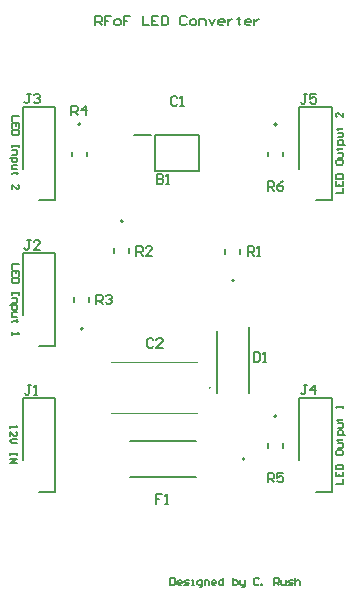
<source format=gto>
G04*
G04 #@! TF.GenerationSoftware,Altium Limited,Altium Designer,24.9.1 (31)*
G04*
G04 Layer_Color=65535*
%FSLAX44Y44*%
%MOMM*%
G71*
G04*
G04 #@! TF.SameCoordinates,E9E1D246-21B5-4CF0-A3F4-6B989E9CA9DD*
G04*
G04*
G04 #@! TF.FilePolarity,Positive*
G04*
G01*
G75*
%ADD10C,0.2000*%
%ADD11C,0.1000*%
%ADD12C,0.1800*%
D10*
X68000Y396000D02*
G03*
X70000Y396000I1000J0D01*
G01*
D02*
G03*
X68000Y396000I-1000J0D01*
G01*
X234000Y149000D02*
G03*
X236000Y149000I1000J0D01*
G01*
D02*
G03*
X234000Y149000I-1000J0D01*
G01*
X72000Y223000D02*
G03*
X70000Y223000I-1000J0D01*
G01*
D02*
G03*
X72000Y223000I1000J0D01*
G01*
X208000Y112000D02*
G03*
X208000Y114000I0J1000D01*
G01*
D02*
G03*
X208000Y112000I0J-1000D01*
G01*
X200000Y263750D02*
G03*
X198000Y263750I-1000J0D01*
G01*
D02*
G03*
X200000Y263750I1000J0D01*
G01*
X234000Y396000D02*
G03*
X236000Y396000I1000J0D01*
G01*
D02*
G03*
X234000Y396000I-1000J0D01*
G01*
X104000Y314000D02*
G03*
X106000Y314000I1000J0D01*
G01*
D02*
G03*
X104000Y314000I-1000J0D01*
G01*
X179700Y173000D02*
G03*
X179700Y173000I-500J0D01*
G01*
X255300Y358600D02*
Y410950D01*
X282700D01*
Y331650D02*
Y410950D01*
X269000Y331650D02*
X282700D01*
X255300Y112000D02*
Y164350D01*
X282700D01*
Y85050D02*
Y164350D01*
X269000Y85050D02*
X282700D01*
X21300Y358600D02*
Y410950D01*
X48700D01*
Y331650D02*
Y410950D01*
X35000Y331650D02*
X48700D01*
X21300Y235000D02*
Y287350D01*
X48700D01*
Y208050D02*
Y287350D01*
X35000Y208050D02*
X48700D01*
X21300Y112000D02*
Y164350D01*
X48700D01*
Y85050D02*
Y164350D01*
X35000Y85050D02*
X48700D01*
X75250Y369000D02*
Y373000D01*
X62750Y369000D02*
Y373000D01*
X241250Y122000D02*
Y126000D01*
X228750Y122000D02*
Y126000D01*
X64750Y246000D02*
Y250000D01*
X77250Y246000D02*
Y250000D01*
X112000Y97750D02*
X168000D01*
X112000Y128250D02*
X168000D01*
X185380Y169000D02*
Y221000D01*
X212620Y169000D02*
Y224250D01*
X115250Y387500D02*
X130000D01*
X133500Y357000D02*
Y387000D01*
Y357000D02*
X170500D01*
Y387000D01*
X133500D02*
X170500D01*
X192750Y286750D02*
Y290750D01*
X205250Y286750D02*
Y290750D01*
X241250Y369000D02*
Y373000D01*
X228750Y369000D02*
Y373000D01*
X111250Y287000D02*
Y291000D01*
X98750Y287000D02*
Y291000D01*
X17997Y402990D02*
X11999D01*
Y398991D01*
X17997Y392993D02*
Y396992D01*
X11999D01*
Y392993D01*
X14998Y396992D02*
Y394992D01*
X17997Y390994D02*
X11999D01*
Y387995D01*
X12999Y386995D01*
X16998D01*
X17997Y387995D01*
Y390994D01*
Y378998D02*
Y376998D01*
Y377998D01*
X11999D01*
Y378998D01*
Y376998D01*
Y373999D02*
X15998D01*
Y371000D01*
X14998Y370001D01*
X11999D01*
X10000Y368001D02*
X15998D01*
Y365002D01*
X14998Y364002D01*
X12999D01*
X11999Y365002D01*
Y368001D01*
X15998Y362003D02*
X12999D01*
X11999Y361003D01*
Y358004D01*
X15998D01*
X16998Y355005D02*
X15998D01*
Y356005D01*
Y354006D01*
Y355005D01*
X12999D01*
X11999Y354006D01*
Y341010D02*
Y345009D01*
X15998Y341010D01*
X16998D01*
X17997Y342010D01*
Y344009D01*
X16998Y345009D01*
X10000Y140995D02*
Y138995D01*
Y139995D01*
X15998D01*
X14998Y140995D01*
X10000Y131998D02*
Y135996D01*
X13999Y131998D01*
X14998D01*
X15998Y132997D01*
Y134997D01*
X14998Y135996D01*
X15998Y129998D02*
X11999D01*
X10000Y127999D01*
X11999Y126000D01*
X15998D01*
Y118002D02*
Y116003D01*
Y117003D01*
X10000D01*
Y118002D01*
Y116003D01*
Y113004D02*
X15998D01*
X10000Y109005D01*
X15998D01*
X17997Y277990D02*
X11999D01*
Y273992D01*
X17997Y267994D02*
Y271992D01*
X11999D01*
Y267994D01*
X14998Y271992D02*
Y269993D01*
X17997Y265994D02*
X11999D01*
Y262995D01*
X12999Y261996D01*
X16998D01*
X17997Y262995D01*
Y265994D01*
Y253998D02*
Y251999D01*
Y252998D01*
X11999D01*
Y253998D01*
Y251999D01*
Y249000D02*
X15998D01*
Y246001D01*
X14998Y245001D01*
X11999D01*
X10000Y243002D02*
X15998D01*
Y240003D01*
X14998Y239003D01*
X12999D01*
X11999Y240003D01*
Y243002D01*
X15998Y237004D02*
X12999D01*
X11999Y236004D01*
Y233005D01*
X15998D01*
X16998Y230006D02*
X15998D01*
Y231005D01*
Y229006D01*
Y230006D01*
X12999D01*
X11999Y229006D01*
Y220009D02*
Y218010D01*
Y219009D01*
X17997D01*
X16998Y220009D01*
X82689Y480000D02*
Y487997D01*
X86688D01*
X88021Y486665D01*
Y483999D01*
X86688Y482666D01*
X82689D01*
X85355D02*
X88021Y480000D01*
X96018Y487997D02*
X90687D01*
Y483999D01*
X93352D01*
X90687D01*
Y480000D01*
X100017D02*
X102683D01*
X104016Y481333D01*
Y483999D01*
X102683Y485332D01*
X100017D01*
X98684Y483999D01*
Y481333D01*
X100017Y480000D01*
X112013Y487997D02*
X106681D01*
Y483999D01*
X109347D01*
X106681D01*
Y480000D01*
X122676Y487997D02*
Y480000D01*
X128008D01*
X136005Y487997D02*
X130674D01*
Y480000D01*
X136005D01*
X130674Y483999D02*
X133339D01*
X138671Y487997D02*
Y480000D01*
X142670D01*
X144003Y481333D01*
Y486665D01*
X142670Y487997D01*
X138671D01*
X159997Y486665D02*
X158665Y487997D01*
X155999D01*
X154666Y486665D01*
Y481333D01*
X155999Y480000D01*
X158665D01*
X159997Y481333D01*
X163996Y480000D02*
X166662D01*
X167995Y481333D01*
Y483999D01*
X166662Y485332D01*
X163996D01*
X162663Y483999D01*
Y481333D01*
X163996Y480000D01*
X170661D02*
Y485332D01*
X174659D01*
X175992Y483999D01*
Y480000D01*
X178658Y485332D02*
X181324Y480000D01*
X183990Y485332D01*
X190654Y480000D02*
X187988D01*
X186656Y481333D01*
Y483999D01*
X187988Y485332D01*
X190654D01*
X191987Y483999D01*
Y482666D01*
X186656D01*
X194653Y485332D02*
Y480000D01*
Y482666D01*
X195986Y483999D01*
X197319Y485332D01*
X198652D01*
X203983Y486665D02*
Y485332D01*
X202650D01*
X205316D01*
X203983D01*
Y481333D01*
X205316Y480000D01*
X213314D02*
X210648D01*
X209315Y481333D01*
Y483999D01*
X210648Y485332D01*
X213314D01*
X214646Y483999D01*
Y482666D01*
X209315D01*
X217312Y485332D02*
Y480000D01*
Y482666D01*
X218645Y483999D01*
X219978Y485332D01*
X221311D01*
X146036Y11997D02*
Y5999D01*
X149035D01*
X150034Y6999D01*
Y10998D01*
X149035Y11997D01*
X146036D01*
X155033Y5999D02*
X153033D01*
X152034Y6999D01*
Y8998D01*
X153033Y9998D01*
X155033D01*
X156032Y8998D01*
Y7999D01*
X152034D01*
X158032Y5999D02*
X161031D01*
X162031Y6999D01*
X161031Y7999D01*
X159031D01*
X158032Y8998D01*
X159031Y9998D01*
X162031D01*
X164030Y5999D02*
X166029D01*
X165030D01*
Y9998D01*
X164030D01*
X171028Y4000D02*
X172027D01*
X173027Y5000D01*
Y9998D01*
X170028D01*
X169028Y8998D01*
Y6999D01*
X170028Y5999D01*
X173027D01*
X175026D02*
Y9998D01*
X178025D01*
X179025Y8998D01*
Y5999D01*
X184023D02*
X182024D01*
X181024Y6999D01*
Y8998D01*
X182024Y9998D01*
X184023D01*
X185023Y8998D01*
Y7999D01*
X181024D01*
X191021Y11997D02*
Y5999D01*
X188022D01*
X187022Y6999D01*
Y8998D01*
X188022Y9998D01*
X191021D01*
X199018Y11997D02*
Y5999D01*
X202017D01*
X203017Y6999D01*
Y7999D01*
Y8998D01*
X202017Y9998D01*
X199018D01*
X205016D02*
Y6999D01*
X206016Y5999D01*
X209015D01*
Y5000D01*
X208016Y4000D01*
X207016D01*
X209015Y5999D02*
Y9998D01*
X221011Y10998D02*
X220012Y11997D01*
X218012D01*
X217013Y10998D01*
Y6999D01*
X218012Y5999D01*
X220012D01*
X221011Y6999D01*
X223011Y5999D02*
Y6999D01*
X224010D01*
Y5999D01*
X223011D01*
X234007D02*
Y11997D01*
X237006D01*
X238006Y10998D01*
Y8998D01*
X237006Y7999D01*
X234007D01*
X236007D02*
X238006Y5999D01*
X240005Y9998D02*
Y6999D01*
X241005Y5999D01*
X244004D01*
Y9998D01*
X246003Y5999D02*
X249002D01*
X250002Y6999D01*
X249002Y7999D01*
X247003D01*
X246003Y8998D01*
X247003Y9998D01*
X250002D01*
X252001Y11997D02*
Y5999D01*
Y8998D01*
X253001Y9998D01*
X255000D01*
X256000Y8998D01*
Y5999D01*
X286003Y338011D02*
X292001D01*
Y342010D01*
X286003Y348008D02*
Y344009D01*
X292001D01*
Y348008D01*
X289002Y344009D02*
Y346008D01*
X286003Y350007D02*
X292001D01*
Y353006D01*
X291001Y354006D01*
X287002D01*
X286003Y353006D01*
Y350007D01*
Y365002D02*
Y363003D01*
X287002Y362003D01*
X291001D01*
X292001Y363003D01*
Y365002D01*
X291001Y366002D01*
X287002D01*
X286003Y365002D01*
X288002Y368001D02*
X291001D01*
X292001Y369001D01*
Y372000D01*
X288002D01*
X287002Y374999D02*
X288002D01*
Y373999D01*
Y375999D01*
Y374999D01*
X291001D01*
X292001Y375999D01*
X294000Y378998D02*
X288002D01*
Y381997D01*
X289002Y382996D01*
X291001D01*
X292001Y381997D01*
Y378998D01*
X288002Y384996D02*
X291001D01*
X292001Y385995D01*
Y388994D01*
X288002D01*
X287002Y391993D02*
X288002D01*
Y390994D01*
Y392993D01*
Y391993D01*
X291001D01*
X292001Y392993D01*
Y405989D02*
Y401990D01*
X288002Y405989D01*
X287002D01*
X286003Y404989D01*
Y402990D01*
X287002Y401990D01*
X286003Y92011D02*
X292001D01*
Y96010D01*
X286003Y102008D02*
Y98009D01*
X292001D01*
Y102008D01*
X289002Y98009D02*
Y100008D01*
X286003Y104007D02*
X292001D01*
Y107006D01*
X291001Y108006D01*
X287002D01*
X286003Y107006D01*
Y104007D01*
Y119002D02*
Y117003D01*
X287002Y116003D01*
X291001D01*
X292001Y117003D01*
Y119002D01*
X291001Y120002D01*
X287002D01*
X286003Y119002D01*
X288002Y122001D02*
X291001D01*
X292001Y123001D01*
Y126000D01*
X288002D01*
X287002Y128999D02*
X288002D01*
Y127999D01*
Y129999D01*
Y128999D01*
X291001D01*
X292001Y129999D01*
X294000Y132998D02*
X288002D01*
Y135997D01*
X289002Y136996D01*
X291001D01*
X292001Y135997D01*
Y132998D01*
X288002Y138996D02*
X291001D01*
X292001Y139995D01*
Y142994D01*
X288002D01*
X287002Y145993D02*
X288002D01*
Y144994D01*
Y146993D01*
Y145993D01*
X291001D01*
X292001Y146993D01*
Y155990D02*
Y157989D01*
Y156990D01*
X286003D01*
X287002Y155990D01*
D11*
X95500Y151500D02*
X168500D01*
X95500Y194500D02*
X168500D01*
D12*
X261667Y421599D02*
X259001D01*
X260334D01*
Y414934D01*
X259001Y413601D01*
X257668D01*
X256336Y414934D01*
X269664Y421599D02*
X264333D01*
Y417600D01*
X266999Y418933D01*
X268332D01*
X269664Y417600D01*
Y414934D01*
X268332Y413601D01*
X265666D01*
X264333Y414934D01*
X261667Y175399D02*
X259001D01*
X260334D01*
Y168734D01*
X259001Y167401D01*
X257668D01*
X256336Y168734D01*
X268332Y167401D02*
Y175399D01*
X264333Y171400D01*
X269664D01*
X27667Y421999D02*
X25001D01*
X26334D01*
Y415334D01*
X25001Y414001D01*
X23668D01*
X22336Y415334D01*
X30333Y420666D02*
X31666Y421999D01*
X34332D01*
X35665Y420666D01*
Y419333D01*
X34332Y418000D01*
X32999D01*
X34332D01*
X35665Y416667D01*
Y415334D01*
X34332Y414001D01*
X31666D01*
X30333Y415334D01*
X27667Y297999D02*
X25001D01*
X26334D01*
Y291334D01*
X25001Y290001D01*
X23668D01*
X22336Y291334D01*
X35665Y290001D02*
X30333D01*
X35665Y295333D01*
Y296666D01*
X34332Y297999D01*
X31666D01*
X30333Y296666D01*
X28000Y174999D02*
X25334D01*
X26667D01*
Y168334D01*
X25334Y167001D01*
X24001D01*
X22668Y168334D01*
X30666Y167001D02*
X33332D01*
X31999D01*
Y174999D01*
X30666Y173666D01*
X62336Y404001D02*
Y411999D01*
X66334D01*
X67667Y410666D01*
Y408000D01*
X66334Y406667D01*
X62336D01*
X65001D02*
X67667Y404001D01*
X74332D02*
Y411999D01*
X70333Y408000D01*
X75665D01*
X228335Y93001D02*
Y100999D01*
X232334D01*
X233667Y99666D01*
Y97000D01*
X232334Y95667D01*
X228335D01*
X231001D02*
X233667Y93001D01*
X241665Y100999D02*
X236333D01*
Y97000D01*
X238999Y98333D01*
X240332D01*
X241665Y97000D01*
Y94334D01*
X240332Y93001D01*
X237666D01*
X236333Y94334D01*
X83336Y244001D02*
Y251999D01*
X87334D01*
X88667Y250666D01*
Y248000D01*
X87334Y246667D01*
X83336D01*
X86001D02*
X88667Y244001D01*
X91333Y250666D02*
X92666Y251999D01*
X95332D01*
X96664Y250666D01*
Y249333D01*
X95332Y248000D01*
X93999D01*
X95332D01*
X96664Y246667D01*
Y245334D01*
X95332Y244001D01*
X92666D01*
X91333Y245334D01*
X139000Y82999D02*
X133668D01*
Y79000D01*
X136334D01*
X133668D01*
Y75001D01*
X141666D02*
X144332D01*
X142999D01*
Y82999D01*
X141666Y81666D01*
X216668Y202999D02*
Y195001D01*
X220667D01*
X222000Y196334D01*
Y201666D01*
X220667Y202999D01*
X216668D01*
X224666Y195001D02*
X227332D01*
X225999D01*
Y202999D01*
X224666Y201666D01*
X152000Y418666D02*
X150667Y419999D01*
X148001D01*
X146668Y418666D01*
Y413334D01*
X148001Y412001D01*
X150667D01*
X152000Y413334D01*
X154666Y412001D02*
X157332D01*
X155999D01*
Y419999D01*
X154666Y418666D01*
X134668Y353999D02*
Y346001D01*
X138667D01*
X140000Y347334D01*
Y348667D01*
X138667Y350000D01*
X134668D01*
X138667D01*
X140000Y351333D01*
Y352666D01*
X138667Y353999D01*
X134668D01*
X142666Y346001D02*
X145332D01*
X143999D01*
Y353999D01*
X142666Y352666D01*
X211668Y285001D02*
Y292999D01*
X215667D01*
X217000Y291666D01*
Y289000D01*
X215667Y287667D01*
X211668D01*
X214334D02*
X217000Y285001D01*
X219666D02*
X222332D01*
X220999D01*
Y292999D01*
X219666Y291666D01*
X228335Y340001D02*
Y347999D01*
X232334D01*
X233667Y346666D01*
Y344000D01*
X232334Y342667D01*
X228335D01*
X231001D02*
X233667Y340001D01*
X241665Y347999D02*
X238999Y346666D01*
X236333Y344000D01*
Y341334D01*
X237666Y340001D01*
X240332D01*
X241665Y341334D01*
Y342667D01*
X240332Y344000D01*
X236333D01*
X117336Y285001D02*
Y292999D01*
X121334D01*
X122667Y291666D01*
Y289000D01*
X121334Y287667D01*
X117336D01*
X120001D02*
X122667Y285001D01*
X130665D02*
X125333D01*
X130665Y290333D01*
Y291666D01*
X129332Y292999D01*
X126666D01*
X125333Y291666D01*
X131667Y213666D02*
X130334Y214999D01*
X127668D01*
X126335Y213666D01*
Y208334D01*
X127668Y207001D01*
X130334D01*
X131667Y208334D01*
X139664Y207001D02*
X134333D01*
X139664Y212333D01*
Y213666D01*
X138332Y214999D01*
X135666D01*
X134333Y213666D01*
M02*

</source>
